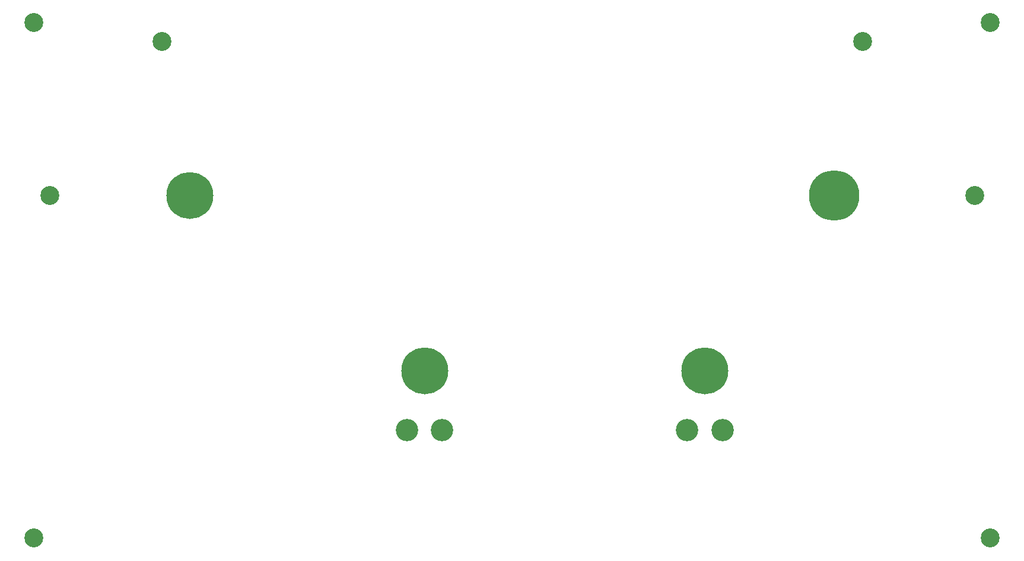
<source format=gts>
G04*
G04 #@! TF.GenerationSoftware,Altium Limited,Altium Designer,20.1.11 (218)*
G04*
G04 Layer_Color=8388736*
%FSLAX25Y25*%
%MOIN*%
G70*
G04*
G04 #@! TF.SameCoordinates,3044359D-6A74-43E1-AAAF-26A8050CFDDE*
G04*
G04*
G04 #@! TF.FilePolarity,Negative*
G04*
G01*
G75*
%ADD11C,0.26391*%
%ADD12C,0.10642*%
%ADD13C,0.28359*%
%ADD14C,0.12611*%
D11*
X375984Y94882D02*
D03*
X218504Y94882D02*
D03*
X86614Y193307D02*
D03*
D12*
X464567Y279921D02*
D03*
X527559Y193307D02*
D03*
X536417Y591D02*
D03*
X-984Y590D02*
D03*
X-984Y290748D02*
D03*
X536417Y290748D02*
D03*
X7874Y193307D02*
D03*
X70866Y279921D02*
D03*
D13*
X448819Y193307D02*
D03*
D14*
X366142Y61417D02*
D03*
X208661Y61417D02*
D03*
X228346D02*
D03*
X385827Y61417D02*
D03*
M02*

</source>
